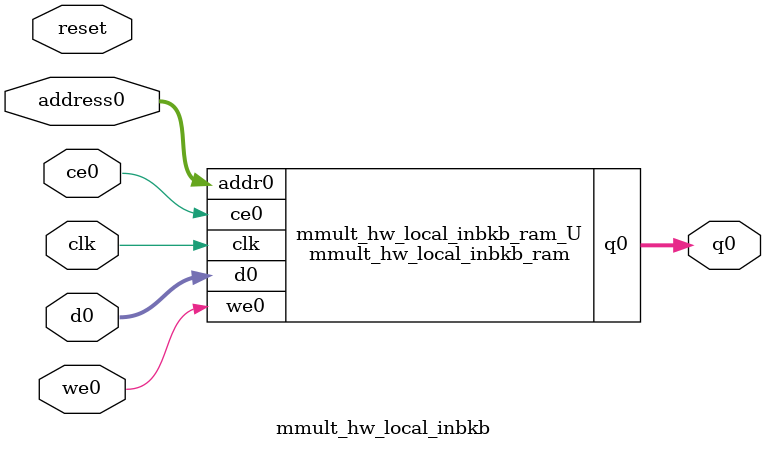
<source format=v>
`timescale 1 ns / 1 ps
module mmult_hw_local_inbkb_ram (addr0, ce0, d0, we0, q0,  clk);

parameter DWIDTH = 32;
parameter AWIDTH = 9;
parameter MEM_SIZE = 512;

input[AWIDTH-1:0] addr0;
input ce0;
input[DWIDTH-1:0] d0;
input we0;
output reg[DWIDTH-1:0] q0;
input clk;

(* ram_style = "block" *)reg [DWIDTH-1:0] ram[0:MEM_SIZE-1];




always @(posedge clk)  
begin 
    if (ce0) begin
        if (we0) 
            ram[addr0] <= d0; 
        q0 <= ram[addr0];
    end
end


endmodule

`timescale 1 ns / 1 ps
module mmult_hw_local_inbkb(
    reset,
    clk,
    address0,
    ce0,
    we0,
    d0,
    q0);

parameter DataWidth = 32'd32;
parameter AddressRange = 32'd512;
parameter AddressWidth = 32'd9;
input reset;
input clk;
input[AddressWidth - 1:0] address0;
input ce0;
input we0;
input[DataWidth - 1:0] d0;
output[DataWidth - 1:0] q0;



mmult_hw_local_inbkb_ram mmult_hw_local_inbkb_ram_U(
    .clk( clk ),
    .addr0( address0 ),
    .ce0( ce0 ),
    .we0( we0 ),
    .d0( d0 ),
    .q0( q0 ));

endmodule


</source>
